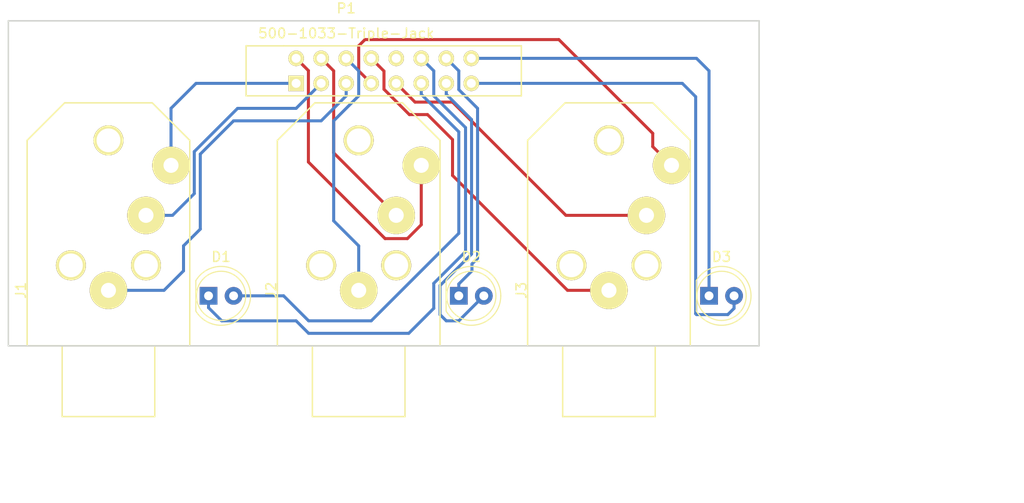
<source format=kicad_pcb>
(kicad_pcb (version 20171130) (host pcbnew "(5.0.1)-3")

  (general
    (thickness 1.6)
    (drawings 9)
    (tracks 101)
    (zones 0)
    (modules 7)
    (nets 17)
  )

  (page A)
  (title_block
    (title "TRIPPLE 1/4\" JACK/LED 1 INCH SPACING")
    (date 2017-01-31)
    (rev A)
  )

  (layers
    (0 F.Cu signal)
    (31 B.Cu signal)
    (32 B.Adhes user)
    (33 F.Adhes user)
    (34 B.Paste user)
    (35 F.Paste user)
    (36 B.SilkS user)
    (37 F.SilkS user)
    (38 B.Mask user)
    (39 F.Mask user)
    (40 Dwgs.User user)
    (41 Cmts.User user)
    (42 Eco1.User user)
    (43 Eco2.User user)
    (44 Edge.Cuts user)
    (45 Margin user)
    (46 B.CrtYd user)
    (47 F.CrtYd user)
    (48 B.Fab user)
    (49 F.Fab user)
  )

  (setup
    (last_trace_width 0.3048)
    (trace_clearance 0.3048)
    (zone_clearance 0.508)
    (zone_45_only no)
    (trace_min 0.2)
    (segment_width 0.2)
    (edge_width 0.15)
    (via_size 1.5748)
    (via_drill 0.9144)
    (via_min_size 0.4)
    (via_min_drill 0.3)
    (uvia_size 0.3)
    (uvia_drill 0.1)
    (uvias_allowed no)
    (uvia_min_size 0.2)
    (uvia_min_drill 0.1)
    (pcb_text_width 0.3)
    (pcb_text_size 1.5 1.5)
    (mod_edge_width 0.15)
    (mod_text_size 1 1)
    (mod_text_width 0.15)
    (pad_size 1.524 1.524)
    (pad_drill 0.762)
    (pad_to_mask_clearance 0.2)
    (solder_mask_min_width 0.25)
    (aux_axis_origin 0 0)
    (visible_elements 7FFFFFFF)
    (pcbplotparams
      (layerselection 0x010f0_ffffffff)
      (usegerberextensions false)
      (usegerberattributes false)
      (usegerberadvancedattributes false)
      (creategerberjobfile false)
      (excludeedgelayer true)
      (linewidth 0.100000)
      (plotframeref false)
      (viasonmask false)
      (mode 1)
      (useauxorigin false)
      (hpglpennumber 1)
      (hpglpenspeed 20)
      (hpglpendiameter 15.000000)
      (psnegative false)
      (psa4output false)
      (plotreference true)
      (plotvalue true)
      (plotinvisibletext false)
      (padsonsilk false)
      (subtractmaskfromsilk false)
      (outputformat 1)
      (mirror false)
      (drillshape 0)
      (scaleselection 1)
      (outputdirectory "Fab/"))
  )

  (net 0 "")
  (net 1 "Net-(D1-Pad1)")
  (net 2 "Net-(D1-Pad2)")
  (net 3 "Net-(D2-Pad1)")
  (net 4 "Net-(D2-Pad2)")
  (net 5 "Net-(D3-Pad1)")
  (net 6 "Net-(D3-Pad2)")
  (net 7 "Net-(J1-Pad1)")
  (net 8 "Net-(J1-Pad2)")
  (net 9 "Net-(J1-Pad3)")
  (net 10 "Net-(J2-Pad1)")
  (net 11 "Net-(J2-Pad2)")
  (net 12 "Net-(J2-Pad3)")
  (net 13 "Net-(J3-Pad1)")
  (net 14 "Net-(J3-Pad2)")
  (net 15 "Net-(J3-Pad3)")
  (net 16 "Net-(P1-Pad10)")

  (net_class Default "This is the default net class."
    (clearance 0.3048)
    (trace_width 0.3048)
    (via_dia 1.5748)
    (via_drill 0.9144)
    (uvia_dia 0.3)
    (uvia_drill 0.1)
    (add_net "Net-(D1-Pad1)")
    (add_net "Net-(D1-Pad2)")
    (add_net "Net-(D2-Pad1)")
    (add_net "Net-(D2-Pad2)")
    (add_net "Net-(D3-Pad1)")
    (add_net "Net-(D3-Pad2)")
    (add_net "Net-(J1-Pad1)")
    (add_net "Net-(J1-Pad2)")
    (add_net "Net-(J1-Pad3)")
    (add_net "Net-(J2-Pad1)")
    (add_net "Net-(J2-Pad2)")
    (add_net "Net-(J2-Pad3)")
    (add_net "Net-(J3-Pad1)")
    (add_net "Net-(J3-Pad2)")
    (add_net "Net-(J3-Pad3)")
    (add_net "Net-(P1-Pad10)")
  )

  (module LEDs:LED_D5.0mm (layer F.Cu) (tedit 587A3A7B) (tstamp 5891777C)
    (at 116.84 132.08)
    (descr "LED, diameter 5.0mm, 2 pins, http://cdn-reichelt.de/documents/datenblatt/A500/LL-504BC2E-009.pdf")
    (tags "LED diameter 5.0mm 2 pins")
    (path /58916E74)
    (fp_text reference D1 (at 1.27 -3.96) (layer F.SilkS)
      (effects (font (size 1 1) (thickness 0.15)))
    )
    (fp_text value LED_ALT (at 1.27 3.96) (layer F.Fab)
      (effects (font (size 1 1) (thickness 0.15)))
    )
    (fp_arc (start 1.27 0) (end -1.23 -1.469694) (angle 299.1) (layer F.Fab) (width 0.1))
    (fp_arc (start 1.27 0) (end -1.29 -1.54483) (angle 148.9) (layer F.SilkS) (width 0.12))
    (fp_arc (start 1.27 0) (end -1.29 1.54483) (angle -148.9) (layer F.SilkS) (width 0.12))
    (fp_circle (center 1.27 0) (end 3.77 0) (layer F.Fab) (width 0.1))
    (fp_circle (center 1.27 0) (end 3.77 0) (layer F.SilkS) (width 0.12))
    (fp_line (start -1.23 -1.469694) (end -1.23 1.469694) (layer F.Fab) (width 0.1))
    (fp_line (start -1.29 -1.545) (end -1.29 1.545) (layer F.SilkS) (width 0.12))
    (fp_line (start -1.95 -3.25) (end -1.95 3.25) (layer F.CrtYd) (width 0.05))
    (fp_line (start -1.95 3.25) (end 4.5 3.25) (layer F.CrtYd) (width 0.05))
    (fp_line (start 4.5 3.25) (end 4.5 -3.25) (layer F.CrtYd) (width 0.05))
    (fp_line (start 4.5 -3.25) (end -1.95 -3.25) (layer F.CrtYd) (width 0.05))
    (pad 1 thru_hole rect (at 0 0) (size 1.8 1.8) (drill 0.9) (layers *.Cu *.Mask)
      (net 1 "Net-(D1-Pad1)"))
    (pad 2 thru_hole circle (at 2.54 0) (size 1.8 1.8) (drill 0.9) (layers *.Cu *.Mask)
      (net 2 "Net-(D1-Pad2)"))
    (model LEDs.3dshapes/LED_D5.0mm.wrl
      (at (xyz 0 0 0))
      (scale (xyz 0.393701 0.393701 0.393701))
      (rotate (xyz 0 0 0))
    )
  )

  (module LEDs:LED_D5.0mm (layer F.Cu) (tedit 587A3A7B) (tstamp 5891778D)
    (at 142.24 132.08)
    (descr "LED, diameter 5.0mm, 2 pins, http://cdn-reichelt.de/documents/datenblatt/A500/LL-504BC2E-009.pdf")
    (tags "LED diameter 5.0mm 2 pins")
    (path /58916D59)
    (fp_text reference D2 (at 1.27 -3.96) (layer F.SilkS)
      (effects (font (size 1 1) (thickness 0.15)))
    )
    (fp_text value LED_ALT (at 1.27 3.96) (layer F.Fab)
      (effects (font (size 1 1) (thickness 0.15)))
    )
    (fp_arc (start 1.27 0) (end -1.23 -1.469694) (angle 299.1) (layer F.Fab) (width 0.1))
    (fp_arc (start 1.27 0) (end -1.29 -1.54483) (angle 148.9) (layer F.SilkS) (width 0.12))
    (fp_arc (start 1.27 0) (end -1.29 1.54483) (angle -148.9) (layer F.SilkS) (width 0.12))
    (fp_circle (center 1.27 0) (end 3.77 0) (layer F.Fab) (width 0.1))
    (fp_circle (center 1.27 0) (end 3.77 0) (layer F.SilkS) (width 0.12))
    (fp_line (start -1.23 -1.469694) (end -1.23 1.469694) (layer F.Fab) (width 0.1))
    (fp_line (start -1.29 -1.545) (end -1.29 1.545) (layer F.SilkS) (width 0.12))
    (fp_line (start -1.95 -3.25) (end -1.95 3.25) (layer F.CrtYd) (width 0.05))
    (fp_line (start -1.95 3.25) (end 4.5 3.25) (layer F.CrtYd) (width 0.05))
    (fp_line (start 4.5 3.25) (end 4.5 -3.25) (layer F.CrtYd) (width 0.05))
    (fp_line (start 4.5 -3.25) (end -1.95 -3.25) (layer F.CrtYd) (width 0.05))
    (pad 1 thru_hole rect (at 0 0) (size 1.8 1.8) (drill 0.9) (layers *.Cu *.Mask)
      (net 3 "Net-(D2-Pad1)"))
    (pad 2 thru_hole circle (at 2.54 0) (size 1.8 1.8) (drill 0.9) (layers *.Cu *.Mask)
      (net 4 "Net-(D2-Pad2)"))
    (model LEDs.3dshapes/LED_D5.0mm.wrl
      (at (xyz 0 0 0))
      (scale (xyz 0.393701 0.393701 0.393701))
      (rotate (xyz 0 0 0))
    )
  )

  (module LEDs:LED_D5.0mm (layer F.Cu) (tedit 587A3A7B) (tstamp 5891779E)
    (at 167.64 132.08)
    (descr "LED, diameter 5.0mm, 2 pins, http://cdn-reichelt.de/documents/datenblatt/A500/LL-504BC2E-009.pdf")
    (tags "LED diameter 5.0mm 2 pins")
    (path /58916E4B)
    (fp_text reference D3 (at 1.27 -3.96) (layer F.SilkS)
      (effects (font (size 1 1) (thickness 0.15)))
    )
    (fp_text value LED_ALT (at 1.27 3.96) (layer F.Fab)
      (effects (font (size 1 1) (thickness 0.15)))
    )
    (fp_arc (start 1.27 0) (end -1.23 -1.469694) (angle 299.1) (layer F.Fab) (width 0.1))
    (fp_arc (start 1.27 0) (end -1.29 -1.54483) (angle 148.9) (layer F.SilkS) (width 0.12))
    (fp_arc (start 1.27 0) (end -1.29 1.54483) (angle -148.9) (layer F.SilkS) (width 0.12))
    (fp_circle (center 1.27 0) (end 3.77 0) (layer F.Fab) (width 0.1))
    (fp_circle (center 1.27 0) (end 3.77 0) (layer F.SilkS) (width 0.12))
    (fp_line (start -1.23 -1.469694) (end -1.23 1.469694) (layer F.Fab) (width 0.1))
    (fp_line (start -1.29 -1.545) (end -1.29 1.545) (layer F.SilkS) (width 0.12))
    (fp_line (start -1.95 -3.25) (end -1.95 3.25) (layer F.CrtYd) (width 0.05))
    (fp_line (start -1.95 3.25) (end 4.5 3.25) (layer F.CrtYd) (width 0.05))
    (fp_line (start 4.5 3.25) (end 4.5 -3.25) (layer F.CrtYd) (width 0.05))
    (fp_line (start 4.5 -3.25) (end -1.95 -3.25) (layer F.CrtYd) (width 0.05))
    (pad 1 thru_hole rect (at 0 0) (size 1.8 1.8) (drill 0.9) (layers *.Cu *.Mask)
      (net 5 "Net-(D3-Pad1)"))
    (pad 2 thru_hole circle (at 2.54 0) (size 1.8 1.8) (drill 0.9) (layers *.Cu *.Mask)
      (net 6 "Net-(D3-Pad2)"))
    (model LEDs.3dshapes/LED_D5.0mm.wrl
      (at (xyz 0 0 0))
      (scale (xyz 0.393701 0.393701 0.393701))
      (rotate (xyz 0 0 0))
    )
  )

  (module FootPrints:PHONE-SC112A (layer F.Cu) (tedit 56D52D2B) (tstamp 589177B1)
    (at 106.68 137.16 270)
    (path /58916CFF)
    (fp_text reference J1 (at -5.6388 8.89 270) (layer F.SilkS)
      (effects (font (size 1 1) (thickness 0.15)))
    )
    (fp_text value Phone_Jack_wSw-PCB (at -5.6388 10.16 270) (layer F.Fab)
      (effects (font (size 1 1) (thickness 0.15)))
    )
    (fp_line (start 0 -4.699) (end 7.1882 -4.699) (layer F.SilkS) (width 0.15))
    (fp_line (start 7.1882 -4.699) (end 7.1882 4.699) (layer F.SilkS) (width 0.15))
    (fp_line (start 7.1882 4.699) (end 0 4.699) (layer F.SilkS) (width 0.15))
    (fp_line (start -24.6888 4.445) (end -24.6888 -4.445) (layer F.SilkS) (width 0.15))
    (fp_line (start -24.6888 -4.445) (end -20.8788 -8.255) (layer F.SilkS) (width 0.15))
    (fp_line (start -20.8788 -8.255) (end 0 -8.255) (layer F.SilkS) (width 0.15))
    (fp_line (start 0 -8.255) (end 0 8.255) (layer F.SilkS) (width 0.15))
    (fp_line (start 0 8.255) (end -20.8788 8.255) (layer F.SilkS) (width 0.15))
    (fp_line (start -20.8788 8.255) (end -24.6888 4.445) (layer F.SilkS) (width 0.15))
    (pad 1 thru_hole circle (at -5.6388 0 270) (size 3.81 3.81) (drill 1.524) (layers *.Cu *.Mask F.SilkS)
      (net 7 "Net-(J1-Pad1)"))
    (pad "" thru_hole circle (at -8.1788 -3.81 270) (size 3.048 3.048) (drill 2.413) (layers *.Cu *.Mask F.SilkS))
    (pad 2 thru_hole circle (at -13.2588 -3.81 270) (size 3.81 3.81) (drill 1.524) (layers *.Cu *.Mask F.SilkS)
      (net 8 "Net-(J1-Pad2)"))
    (pad 3 thru_hole circle (at -18.3388 -6.35 270) (size 3.81 3.81) (drill 1.524) (layers *.Cu *.Mask F.SilkS)
      (net 9 "Net-(J1-Pad3)"))
    (pad "" thru_hole circle (at -20.8788 0 270) (size 3.048 3.048) (drill 2.413) (layers *.Cu *.Mask F.SilkS))
    (pad "" thru_hole circle (at -8.1788 3.81 270) (size 3.048 3.048) (drill 2.413) (layers *.Cu *.Mask F.SilkS))
  )

  (module FootPrints:PHONE-SC112A (layer F.Cu) (tedit 56D52D2B) (tstamp 589177C4)
    (at 132.08 137.16 270)
    (path /58916D2B)
    (fp_text reference J2 (at -5.6388 8.89 270) (layer F.SilkS)
      (effects (font (size 1 1) (thickness 0.15)))
    )
    (fp_text value Phone_Jack_wSw-PCB (at -5.6388 10.16 270) (layer F.Fab)
      (effects (font (size 1 1) (thickness 0.15)))
    )
    (fp_line (start 0 -4.699) (end 7.1882 -4.699) (layer F.SilkS) (width 0.15))
    (fp_line (start 7.1882 -4.699) (end 7.1882 4.699) (layer F.SilkS) (width 0.15))
    (fp_line (start 7.1882 4.699) (end 0 4.699) (layer F.SilkS) (width 0.15))
    (fp_line (start -24.6888 4.445) (end -24.6888 -4.445) (layer F.SilkS) (width 0.15))
    (fp_line (start -24.6888 -4.445) (end -20.8788 -8.255) (layer F.SilkS) (width 0.15))
    (fp_line (start -20.8788 -8.255) (end 0 -8.255) (layer F.SilkS) (width 0.15))
    (fp_line (start 0 -8.255) (end 0 8.255) (layer F.SilkS) (width 0.15))
    (fp_line (start 0 8.255) (end -20.8788 8.255) (layer F.SilkS) (width 0.15))
    (fp_line (start -20.8788 8.255) (end -24.6888 4.445) (layer F.SilkS) (width 0.15))
    (pad 1 thru_hole circle (at -5.6388 0 270) (size 3.81 3.81) (drill 1.524) (layers *.Cu *.Mask F.SilkS)
      (net 10 "Net-(J2-Pad1)"))
    (pad "" thru_hole circle (at -8.1788 -3.81 270) (size 3.048 3.048) (drill 2.413) (layers *.Cu *.Mask F.SilkS))
    (pad 2 thru_hole circle (at -13.2588 -3.81 270) (size 3.81 3.81) (drill 1.524) (layers *.Cu *.Mask F.SilkS)
      (net 11 "Net-(J2-Pad2)"))
    (pad 3 thru_hole circle (at -18.3388 -6.35 270) (size 3.81 3.81) (drill 1.524) (layers *.Cu *.Mask F.SilkS)
      (net 12 "Net-(J2-Pad3)"))
    (pad "" thru_hole circle (at -20.8788 0 270) (size 3.048 3.048) (drill 2.413) (layers *.Cu *.Mask F.SilkS))
    (pad "" thru_hole circle (at -8.1788 3.81 270) (size 3.048 3.048) (drill 2.413) (layers *.Cu *.Mask F.SilkS))
  )

  (module FootPrints:PHONE-SC112A (layer F.Cu) (tedit 56D52D2B) (tstamp 589177D7)
    (at 157.48 137.16 270)
    (path /58916CAF)
    (fp_text reference J3 (at -5.6388 8.89 270) (layer F.SilkS)
      (effects (font (size 1 1) (thickness 0.15)))
    )
    (fp_text value Phone_Jack_wSw-PCB (at -5.6388 10.16 270) (layer F.Fab)
      (effects (font (size 1 1) (thickness 0.15)))
    )
    (fp_line (start 0 -4.699) (end 7.1882 -4.699) (layer F.SilkS) (width 0.15))
    (fp_line (start 7.1882 -4.699) (end 7.1882 4.699) (layer F.SilkS) (width 0.15))
    (fp_line (start 7.1882 4.699) (end 0 4.699) (layer F.SilkS) (width 0.15))
    (fp_line (start -24.6888 4.445) (end -24.6888 -4.445) (layer F.SilkS) (width 0.15))
    (fp_line (start -24.6888 -4.445) (end -20.8788 -8.255) (layer F.SilkS) (width 0.15))
    (fp_line (start -20.8788 -8.255) (end 0 -8.255) (layer F.SilkS) (width 0.15))
    (fp_line (start 0 -8.255) (end 0 8.255) (layer F.SilkS) (width 0.15))
    (fp_line (start 0 8.255) (end -20.8788 8.255) (layer F.SilkS) (width 0.15))
    (fp_line (start -20.8788 8.255) (end -24.6888 4.445) (layer F.SilkS) (width 0.15))
    (pad 1 thru_hole circle (at -5.6388 0 270) (size 3.81 3.81) (drill 1.524) (layers *.Cu *.Mask F.SilkS)
      (net 13 "Net-(J3-Pad1)"))
    (pad "" thru_hole circle (at -8.1788 -3.81 270) (size 3.048 3.048) (drill 2.413) (layers *.Cu *.Mask F.SilkS))
    (pad 2 thru_hole circle (at -13.2588 -3.81 270) (size 3.81 3.81) (drill 1.524) (layers *.Cu *.Mask F.SilkS)
      (net 14 "Net-(J3-Pad2)"))
    (pad 3 thru_hole circle (at -18.3388 -6.35 270) (size 3.81 3.81) (drill 1.524) (layers *.Cu *.Mask F.SilkS)
      (net 15 "Net-(J3-Pad3)"))
    (pad "" thru_hole circle (at -20.8788 0 270) (size 3.048 3.048) (drill 2.413) (layers *.Cu *.Mask F.SilkS))
    (pad "" thru_hole circle (at -8.1788 3.81 270) (size 3.048 3.048) (drill 2.413) (layers *.Cu *.Mask F.SilkS))
  )

  (module FootPrints:IDC8x2_Vert (layer F.Cu) (tedit 56F1A480) (tstamp 589177F0)
    (at 134.62 109.22 180)
    (path /58917296)
    (fp_text reference P1 (at 3.81 6.35 180) (layer F.SilkS)
      (effects (font (size 1 1) (thickness 0.15)))
    )
    (fp_text value 500-1033-Triple-Jack (at 3.81 3.81 180) (layer F.SilkS)
      (effects (font (size 1 1) (thickness 0.15)))
    )
    (fp_line (start 10.16 2.54) (end -13.97 2.54) (layer F.SilkS) (width 0.15))
    (fp_line (start -13.97 2.54) (end -13.97 -2.54) (layer F.SilkS) (width 0.15))
    (fp_line (start -13.97 -2.54) (end 13.97 -2.54) (layer F.SilkS) (width 0.15))
    (fp_line (start 13.97 -2.54) (end 13.97 2.54) (layer F.SilkS) (width 0.15))
    (fp_line (start 13.97 2.54) (end 10.16 2.54) (layer F.SilkS) (width 0.15))
    (pad 1 thru_hole rect (at 8.89 -1.27 180) (size 1.5748 1.5748) (drill 0.9144) (layers *.Cu *.Mask F.SilkS)
      (net 9 "Net-(J1-Pad3)"))
    (pad 2 thru_hole circle (at 8.89 1.27 180) (size 1.5748 1.5748) (drill 0.9144) (layers *.Cu *.Mask F.SilkS)
      (net 12 "Net-(J2-Pad3)"))
    (pad 3 thru_hole circle (at 6.35 -1.27 180) (size 1.5748 1.5748) (drill 0.9144) (layers *.Cu *.Mask F.SilkS)
      (net 8 "Net-(J1-Pad2)"))
    (pad 4 thru_hole circle (at 6.35 1.27 180) (size 1.5748 1.5748) (drill 0.9144) (layers *.Cu *.Mask F.SilkS)
      (net 11 "Net-(J2-Pad2)"))
    (pad 5 thru_hole circle (at 3.81 -1.27 180) (size 1.5748 1.5748) (drill 0.9144) (layers *.Cu *.Mask F.SilkS)
      (net 7 "Net-(J1-Pad1)"))
    (pad 6 thru_hole circle (at 3.81 1.27 180) (size 1.5748 1.5748) (drill 0.9144) (layers *.Cu *.Mask F.SilkS)
      (net 10 "Net-(J2-Pad1)"))
    (pad 7 thru_hole circle (at 1.27 -1.27 180) (size 1.5748 1.5748) (drill 0.9144) (layers *.Cu *.Mask F.SilkS)
      (net 15 "Net-(J3-Pad3)"))
    (pad 8 thru_hole circle (at 1.27 1.27 180) (size 1.5748 1.5748) (drill 0.9144) (layers *.Cu *.Mask F.SilkS)
      (net 13 "Net-(J3-Pad1)"))
    (pad 9 thru_hole circle (at -1.27 -1.27 180) (size 1.5748 1.5748) (drill 0.9144) (layers *.Cu *.Mask F.SilkS)
      (net 14 "Net-(J3-Pad2)"))
    (pad 10 thru_hole circle (at -1.27 1.27 180) (size 1.5748 1.5748) (drill 0.9144) (layers *.Cu *.Mask F.SilkS)
      (net 16 "Net-(P1-Pad10)"))
    (pad 11 thru_hole circle (at -3.81 -1.27 180) (size 1.5748 1.5748) (drill 0.9144) (layers *.Cu *.Mask F.SilkS)
      (net 2 "Net-(D1-Pad2)"))
    (pad 12 thru_hole circle (at -3.81 1.27 180) (size 1.5748 1.5748) (drill 0.9144) (layers *.Cu *.Mask F.SilkS)
      (net 1 "Net-(D1-Pad1)"))
    (pad 13 thru_hole circle (at -6.35 -1.27 180) (size 1.5748 1.5748) (drill 0.9144) (layers *.Cu *.Mask F.SilkS)
      (net 4 "Net-(D2-Pad2)"))
    (pad 14 thru_hole circle (at -6.35 1.27 180) (size 1.5748 1.5748) (drill 0.9144) (layers *.Cu *.Mask F.SilkS)
      (net 3 "Net-(D2-Pad1)"))
    (pad 15 thru_hole circle (at -8.89 -1.27 180) (size 1.5748 1.5748) (drill 0.9144) (layers *.Cu *.Mask F.SilkS)
      (net 6 "Net-(D3-Pad2)"))
    (pad 16 thru_hole circle (at -8.89 1.27 180) (size 1.5748 1.5748) (drill 0.9144) (layers *.Cu *.Mask F.SilkS)
      (net 5 "Net-(D3-Pad1)"))
  )

  (dimension 11.43 (width 0.3) (layer F.Fab)
    (gr_text "0.4500 in" (at 163.195 147.4) (layer F.Fab)
      (effects (font (size 1.5 1.5) (thickness 0.3)))
    )
    (feature1 (pts (xy 157.48 139.7) (xy 157.48 148.75)))
    (feature2 (pts (xy 168.91 139.7) (xy 168.91 148.75)))
    (crossbar (pts (xy 168.91 146.05) (xy 157.48 146.05)))
    (arrow1a (pts (xy 157.48 146.05) (xy 158.606504 145.463579)))
    (arrow1b (pts (xy 157.48 146.05) (xy 158.606504 146.636421)))
    (arrow2a (pts (xy 168.91 146.05) (xy 167.783496 145.463579)))
    (arrow2b (pts (xy 168.91 146.05) (xy 167.783496 146.636421)))
  )
  (dimension 25.4 (width 0.3) (layer F.Fab)
    (gr_text "1.0000 in" (at 144.78 148.67) (layer F.Fab)
      (effects (font (size 1.5 1.5) (thickness 0.3)))
    )
    (feature1 (pts (xy 157.48 139.7) (xy 157.48 150.02)))
    (feature2 (pts (xy 132.08 139.7) (xy 132.08 150.02)))
    (crossbar (pts (xy 132.08 147.32) (xy 157.48 147.32)))
    (arrow1a (pts (xy 157.48 147.32) (xy 156.353496 147.906421)))
    (arrow1b (pts (xy 157.48 147.32) (xy 156.353496 146.733579)))
    (arrow2a (pts (xy 132.08 147.32) (xy 133.206504 147.906421)))
    (arrow2b (pts (xy 132.08 147.32) (xy 133.206504 146.733579)))
  )
  (dimension 25.4 (width 0.3) (layer F.Fab)
    (gr_text "1.0000 in" (at 119.38 148.67) (layer F.Fab)
      (effects (font (size 1.5 1.5) (thickness 0.3)))
    )
    (feature1 (pts (xy 132.08 139.7) (xy 132.08 150.02)))
    (feature2 (pts (xy 106.68 139.7) (xy 106.68 150.02)))
    (crossbar (pts (xy 106.68 147.32) (xy 132.08 147.32)))
    (arrow1a (pts (xy 132.08 147.32) (xy 130.953496 147.906421)))
    (arrow1b (pts (xy 132.08 147.32) (xy 130.953496 146.733579)))
    (arrow2a (pts (xy 106.68 147.32) (xy 107.806504 147.906421)))
    (arrow2b (pts (xy 106.68 147.32) (xy 107.806504 146.733579)))
  )
  (dimension 33.02 (width 0.3) (layer F.Fab)
    (gr_text "1.3000 in" (at 196.93 120.65 270) (layer F.Fab)
      (effects (font (size 1.5 1.5) (thickness 0.3)))
    )
    (feature1 (pts (xy 177.8 137.16) (xy 198.28 137.16)))
    (feature2 (pts (xy 177.8 104.14) (xy 198.28 104.14)))
    (crossbar (pts (xy 195.58 104.14) (xy 195.58 137.16)))
    (arrow1a (pts (xy 195.58 137.16) (xy 194.993579 136.033496)))
    (arrow1b (pts (xy 195.58 137.16) (xy 196.166421 136.033496)))
    (arrow2a (pts (xy 195.58 104.14) (xy 194.993579 105.266504)))
    (arrow2b (pts (xy 195.58 104.14) (xy 196.166421 105.266504)))
  )
  (dimension 76.2 (width 0.3) (layer F.Fab)
    (gr_text "3.0000 in" (at 134.62 153.75) (layer F.Fab)
      (effects (font (size 1.5 1.5) (thickness 0.3)))
    )
    (feature1 (pts (xy 172.72 139.7) (xy 172.72 155.1)))
    (feature2 (pts (xy 96.52 139.7) (xy 96.52 155.1)))
    (crossbar (pts (xy 96.52 152.4) (xy 172.72 152.4)))
    (arrow1a (pts (xy 172.72 152.4) (xy 171.593496 152.986421)))
    (arrow1b (pts (xy 172.72 152.4) (xy 171.593496 151.813579)))
    (arrow2a (pts (xy 96.52 152.4) (xy 97.646504 152.986421)))
    (arrow2b (pts (xy 96.52 152.4) (xy 97.646504 151.813579)))
  )
  (gr_line (start 96.52 104.14) (end 96.52 137.16) (angle 90) (layer Edge.Cuts) (width 0.15))
  (gr_line (start 172.72 104.14) (end 96.52 104.14) (angle 90) (layer Edge.Cuts) (width 0.15))
  (gr_line (start 172.72 137.16) (end 172.72 104.14) (angle 90) (layer Edge.Cuts) (width 0.15))
  (gr_line (start 96.52 137.16) (end 172.72 137.16) (angle 90) (layer Edge.Cuts) (width 0.15))

  (segment (start 139.217399 108.737399) (end 138.43 107.95) (width 0.3048) (layer B.Cu) (net 1))
  (segment (start 142.925778 114.985778) (end 139.7 111.76) (width 0.3048) (layer B.Cu) (net 1))
  (segment (start 116.84 132.08) (end 116.84 133.2848) (width 0.3048) (layer B.Cu) (net 1))
  (segment (start 139.7 109.22) (end 139.217399 108.737399) (width 0.3048) (layer B.Cu) (net 1))
  (segment (start 139.7 130.81) (end 142.925778 127.584222) (width 0.3048) (layer B.Cu) (net 1))
  (segment (start 139.7 111.76) (end 139.7 109.22) (width 0.3048) (layer B.Cu) (net 1))
  (segment (start 127 135.89) (end 137.16 135.89) (width 0.3048) (layer B.Cu) (net 1))
  (segment (start 125.73 134.62) (end 127 135.89) (width 0.3048) (layer B.Cu) (net 1))
  (segment (start 118.1752 134.62) (end 125.73 134.62) (width 0.3048) (layer B.Cu) (net 1))
  (segment (start 137.16 135.89) (end 139.7 133.35) (width 0.3048) (layer B.Cu) (net 1))
  (segment (start 142.925778 127.584222) (end 142.925778 114.985778) (width 0.3048) (layer B.Cu) (net 1))
  (segment (start 139.7 133.35) (end 139.7 130.81) (width 0.3048) (layer B.Cu) (net 1))
  (segment (start 116.84 133.2848) (end 118.1752 134.62) (width 0.3048) (layer B.Cu) (net 1))
  (segment (start 138.43 111.603551) (end 138.43 110.49) (width 0.3048) (layer B.Cu) (net 2))
  (segment (start 127 134.62) (end 133.35 134.62) (width 0.3048) (layer B.Cu) (net 2))
  (segment (start 124.46 132.08) (end 127 134.62) (width 0.3048) (layer B.Cu) (net 2))
  (segment (start 119.38 132.08) (end 124.46 132.08) (width 0.3048) (layer B.Cu) (net 2))
  (segment (start 142.24 115.413551) (end 138.43 111.603551) (width 0.3048) (layer B.Cu) (net 2))
  (segment (start 142.24 125.73) (end 142.24 115.413551) (width 0.3048) (layer B.Cu) (net 2))
  (segment (start 133.35 134.62) (end 142.24 125.73) (width 0.3048) (layer B.Cu) (net 2))
  (segment (start 142.24 111.125) (end 142.24 109.22) (width 0.3048) (layer B.Cu) (net 3))
  (segment (start 142.24 109.22) (end 140.97 107.95) (width 0.3048) (layer B.Cu) (net 3))
  (segment (start 144.145 113.03) (end 142.24 111.125) (width 0.3048) (layer B.Cu) (net 3))
  (segment (start 144.145 128.27) (end 144.145 113.03) (width 0.3048) (layer B.Cu) (net 3))
  (segment (start 143.5752 128.8398) (end 144.145 128.27) (width 0.3048) (layer B.Cu) (net 3))
  (segment (start 143.5752 129.54) (end 143.5752 128.8398) (width 0.3048) (layer B.Cu) (net 3))
  (segment (start 142.24 132.08) (end 142.24 130.8752) (width 0.3048) (layer B.Cu) (net 3))
  (segment (start 142.24 130.8752) (end 143.5752 129.54) (width 0.3048) (layer B.Cu) (net 3))
  (segment (start 140.97 111.603551) (end 140.97 110.49) (width 0.3048) (layer B.Cu) (net 4))
  (segment (start 143.535389 114.16894) (end 140.97 111.603551) (width 0.3048) (layer B.Cu) (net 4))
  (segment (start 140.335 131.037118) (end 143.535389 127.836729) (width 0.3048) (layer B.Cu) (net 4))
  (segment (start 140.335 133.985) (end 140.335 131.037118) (width 0.3048) (layer B.Cu) (net 4))
  (segment (start 140.97 134.62) (end 140.335 133.985) (width 0.3048) (layer B.Cu) (net 4))
  (segment (start 142.24 134.62) (end 140.97 134.62) (width 0.3048) (layer B.Cu) (net 4))
  (segment (start 143.535389 127.836729) (end 143.535389 114.16894) (width 0.3048) (layer B.Cu) (net 4))
  (segment (start 144.78 132.08) (end 142.24 134.62) (width 0.3048) (layer B.Cu) (net 4))
  (segment (start 166.37 107.95) (end 143.51 107.95) (width 0.3048) (layer B.Cu) (net 5))
  (segment (start 167.64 109.22) (end 166.37 107.95) (width 0.3048) (layer B.Cu) (net 5))
  (segment (start 167.64 132.08) (end 167.64 109.22) (width 0.3048) (layer B.Cu) (net 5))
  (segment (start 170.18 132.08) (end 170.18 133.35) (width 0.3048) (layer B.Cu) (net 6))
  (segment (start 166.282799 111.847201) (end 164.925598 110.49) (width 0.3048) (layer B.Cu) (net 6))
  (segment (start 170.18 133.35) (end 169.545 133.985) (width 0.3048) (layer B.Cu) (net 6))
  (segment (start 169.545 133.985) (end 166.37 133.985) (width 0.3048) (layer B.Cu) (net 6))
  (segment (start 166.37 133.985) (end 166.282799 133.897799) (width 0.3048) (layer B.Cu) (net 6))
  (segment (start 164.925598 110.49) (end 143.51 110.49) (width 0.3048) (layer B.Cu) (net 6))
  (segment (start 166.282799 133.897799) (end 166.282799 111.847201) (width 0.3048) (layer B.Cu) (net 6))
  (segment (start 130.81 110.49) (end 130.81 111.76) (width 0.3048) (layer B.Cu) (net 7))
  (segment (start 130.81 111.76) (end 128.27 114.3) (width 0.3048) (layer B.Cu) (net 7))
  (segment (start 114.3 127) (end 114.3 129.54) (width 0.3048) (layer B.Cu) (net 7))
  (segment (start 128.27 114.3) (end 119.38 114.3) (width 0.3048) (layer B.Cu) (net 7))
  (segment (start 119.38 114.3) (end 116.001812 117.678188) (width 0.3048) (layer B.Cu) (net 7))
  (segment (start 116.001812 117.678188) (end 116.001812 125.298188) (width 0.3048) (layer B.Cu) (net 7))
  (segment (start 116.001812 125.298188) (end 114.3 127) (width 0.3048) (layer B.Cu) (net 7))
  (segment (start 114.3 129.54) (end 112.3188 131.5212) (width 0.3048) (layer B.Cu) (net 7))
  (segment (start 112.3188 131.5212) (end 106.68 131.5212) (width 0.3048) (layer B.Cu) (net 7))
  (segment (start 113.184076 123.9012) (end 110.49 123.9012) (width 0.3048) (layer B.Cu) (net 8))
  (segment (start 115.392201 121.693075) (end 113.184076 123.9012) (width 0.3048) (layer B.Cu) (net 8))
  (segment (start 115.392201 117.425679) (end 115.392201 121.693075) (width 0.3048) (layer B.Cu) (net 8))
  (segment (start 119.78788 113.03) (end 115.392201 117.425679) (width 0.3048) (layer B.Cu) (net 8))
  (segment (start 125.73 113.03) (end 119.78788 113.03) (width 0.3048) (layer B.Cu) (net 8))
  (segment (start 128.27 110.49) (end 125.73 113.03) (width 0.3048) (layer B.Cu) (net 8))
  (segment (start 115.57 110.49) (end 113.03 113.03) (width 0.3048) (layer B.Cu) (net 9))
  (segment (start 113.03 113.03) (end 113.03 118.8212) (width 0.3048) (layer B.Cu) (net 9))
  (segment (start 125.73 110.49) (end 115.57 110.49) (width 0.3048) (layer B.Cu) (net 9))
  (segment (start 130.81 107.95) (end 132.08 109.22) (width 0.3048) (layer B.Cu) (net 10))
  (segment (start 129.54 124.46) (end 132.08 127) (width 0.3048) (layer B.Cu) (net 10))
  (segment (start 132.08 109.22) (end 132.08 111.76) (width 0.3048) (layer B.Cu) (net 10))
  (segment (start 132.08 111.76) (end 129.54 114.3) (width 0.3048) (layer B.Cu) (net 10))
  (segment (start 129.54 114.3) (end 129.54 124.46) (width 0.3048) (layer B.Cu) (net 10))
  (segment (start 132.08 127) (end 132.08 131.5212) (width 0.3048) (layer B.Cu) (net 10))
  (segment (start 129.54 109.22) (end 129.057399 108.737399) (width 0.3048) (layer F.Cu) (net 11))
  (segment (start 135.89 123.9012) (end 129.54 117.5512) (width 0.3048) (layer F.Cu) (net 11))
  (segment (start 129.057399 108.737399) (end 128.27 107.95) (width 0.3048) (layer F.Cu) (net 11))
  (segment (start 129.54 117.5512) (end 129.54 109.22) (width 0.3048) (layer F.Cu) (net 11))
  (segment (start 126.974601 109.194601) (end 126.517399 108.737399) (width 0.3048) (layer F.Cu) (net 12))
  (segment (start 138.43 124.857258) (end 137.023857 126.263401) (width 0.3048) (layer F.Cu) (net 12))
  (segment (start 126.974601 118.481859) (end 126.974601 109.194601) (width 0.3048) (layer F.Cu) (net 12))
  (segment (start 138.43 118.8212) (end 138.43 124.857258) (width 0.3048) (layer F.Cu) (net 12))
  (segment (start 137.023857 126.263401) (end 134.756143 126.263401) (width 0.3048) (layer F.Cu) (net 12))
  (segment (start 134.756143 126.263401) (end 126.974601 118.481859) (width 0.3048) (layer F.Cu) (net 12))
  (segment (start 126.517399 108.737399) (end 125.73 107.95) (width 0.3048) (layer F.Cu) (net 12))
  (segment (start 139.065 113.665) (end 137.22299 113.665) (width 0.3048) (layer F.Cu) (net 13))
  (segment (start 137.22299 113.665) (end 134.645399 111.087409) (width 0.3048) (layer F.Cu) (net 13))
  (segment (start 134.645399 111.087409) (end 134.645399 109.245399) (width 0.3048) (layer F.Cu) (net 13))
  (segment (start 134.645399 109.245399) (end 134.137399 108.737399) (width 0.3048) (layer F.Cu) (net 13))
  (segment (start 134.137399 108.737399) (end 133.35 107.95) (width 0.3048) (layer F.Cu) (net 13))
  (segment (start 141.605 116.205) (end 139.065 113.665) (width 0.3048) (layer F.Cu) (net 13))
  (segment (start 141.605 119.848378) (end 141.605 116.205) (width 0.3048) (layer F.Cu) (net 13))
  (segment (start 157.48 131.5212) (end 153.277822 131.5212) (width 0.3048) (layer F.Cu) (net 13))
  (segment (start 153.277822 131.5212) (end 141.605 119.848378) (width 0.3048) (layer F.Cu) (net 13))
  (segment (start 141.605 112.395) (end 137.795 112.395) (width 0.3048) (layer F.Cu) (net 14))
  (segment (start 137.795 112.395) (end 135.89 110.49) (width 0.3048) (layer F.Cu) (net 14))
  (segment (start 153.1112 123.9012) (end 141.605 112.395) (width 0.3048) (layer F.Cu) (net 14))
  (segment (start 161.29 123.9012) (end 153.1112 123.9012) (width 0.3048) (layer F.Cu) (net 14))
  (segment (start 132.08 109.22) (end 133.35 110.49) (width 0.3048) (layer F.Cu) (net 15))
  (segment (start 132.08 106.68) (end 132.08 109.22) (width 0.3048) (layer F.Cu) (net 15))
  (segment (start 132.715 106.045) (end 132.08 106.68) (width 0.3048) (layer F.Cu) (net 15))
  (segment (start 152.4 106.045) (end 132.715 106.045) (width 0.3048) (layer F.Cu) (net 15))
  (segment (start 161.925001 115.570001) (end 152.4 106.045) (width 0.3048) (layer F.Cu) (net 15))
  (segment (start 163.83 118.8212) (end 161.925001 116.916201) (width 0.3048) (layer F.Cu) (net 15))
  (segment (start 161.925001 116.916201) (end 161.925001 115.570001) (width 0.3048) (layer F.Cu) (net 15))

)

</source>
